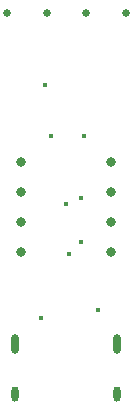
<source format=gbr>
%TF.GenerationSoftware,KiCad,Pcbnew,7.0.9*%
%TF.CreationDate,2024-01-13T12:42:44+01:00*%
%TF.ProjectId,attiny85_programmer,61747469-6e79-4383-955f-70726f677261,rev?*%
%TF.SameCoordinates,Original*%
%TF.FileFunction,Plated,1,2,PTH,Mixed*%
%TF.FilePolarity,Positive*%
%FSLAX46Y46*%
G04 Gerber Fmt 4.6, Leading zero omitted, Abs format (unit mm)*
G04 Created by KiCad (PCBNEW 7.0.9) date 2024-01-13 12:42:44*
%MOMM*%
%LPD*%
G01*
G04 APERTURE LIST*
%TA.AperFunction,ViaDrill*%
%ADD10C,0.400000*%
%TD*%
G04 aperture for slot hole*
%TA.AperFunction,ComponentDrill*%
%ADD11O,0.600000X1.700000*%
%TD*%
G04 aperture for slot hole*
%TA.AperFunction,ComponentDrill*%
%ADD12O,0.600000X1.300000*%
%TD*%
%TA.AperFunction,ComponentDrill*%
%ADD13C,0.650000*%
%TD*%
%TA.AperFunction,ComponentDrill*%
%ADD14C,0.800000*%
%TD*%
G04 APERTURE END LIST*
D10*
X136352661Y-95660542D03*
X136750000Y-76000000D03*
X137250000Y-80250000D03*
X138500000Y-86000000D03*
X138750000Y-90250000D03*
X139750000Y-85500000D03*
X139750000Y-89250000D03*
X140000000Y-80250000D03*
X141250000Y-95000000D03*
D11*
%TO.C,P1*%
X134175000Y-97885000D03*
D12*
X134175000Y-102085000D03*
D11*
X142825000Y-97885000D03*
D12*
X142825000Y-102085000D03*
D13*
%TO.C,H4*%
X133507343Y-69902442D03*
%TO.C,H3*%
X136857343Y-69902442D03*
%TO.C,H2*%
X140207343Y-69902442D03*
%TO.C,H1*%
X143557343Y-69902442D03*
D14*
%TO.C,U2*%
X134700000Y-82450000D03*
X134700000Y-84990000D03*
X134700000Y-87530000D03*
X134700000Y-90070000D03*
X142320000Y-82450000D03*
X142320000Y-84990000D03*
X142320000Y-87530000D03*
X142320000Y-90070000D03*
M02*

</source>
